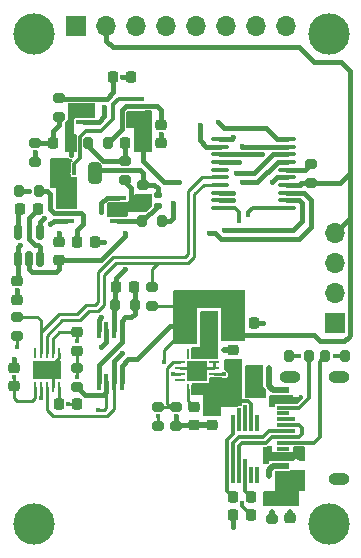
<source format=gbr>
%TF.GenerationSoftware,KiCad,Pcbnew,7.99.0-950-gc4668c1d3a-dirty*%
%TF.CreationDate,2023-06-01T03:31:39+08:00*%
%TF.ProjectId,HeartRateMonitor,48656172-7452-4617-9465-4d6f6e69746f,C*%
%TF.SameCoordinates,Original*%
%TF.FileFunction,Copper,L1,Top*%
%TF.FilePolarity,Positive*%
%FSLAX46Y46*%
G04 Gerber Fmt 4.6, Leading zero omitted, Abs format (unit mm)*
G04 Created by KiCad (PCBNEW 7.99.0-950-gc4668c1d3a-dirty) date 2023-06-01 03:31:39*
%MOMM*%
%LPD*%
G01*
G04 APERTURE LIST*
G04 Aperture macros list*
%AMRoundRect*
0 Rectangle with rounded corners*
0 $1 Rounding radius*
0 $2 $3 $4 $5 $6 $7 $8 $9 X,Y pos of 4 corners*
0 Add a 4 corners polygon primitive as box body*
4,1,4,$2,$3,$4,$5,$6,$7,$8,$9,$2,$3,0*
0 Add four circle primitives for the rounded corners*
1,1,$1+$1,$2,$3*
1,1,$1+$1,$4,$5*
1,1,$1+$1,$6,$7*
1,1,$1+$1,$8,$9*
0 Add four rect primitives between the rounded corners*
20,1,$1+$1,$2,$3,$4,$5,0*
20,1,$1+$1,$4,$5,$6,$7,0*
20,1,$1+$1,$6,$7,$8,$9,0*
20,1,$1+$1,$8,$9,$2,$3,0*%
G04 Aperture macros list end*
%TA.AperFunction,SMDPad,CuDef*%
%ADD10RoundRect,0.225000X-0.250000X0.225000X-0.250000X-0.225000X0.250000X-0.225000X0.250000X0.225000X0*%
%TD*%
%TA.AperFunction,SMDPad,CuDef*%
%ADD11R,1.450000X0.450000*%
%TD*%
%TA.AperFunction,SMDPad,CuDef*%
%ADD12RoundRect,0.200000X-0.275000X0.200000X-0.275000X-0.200000X0.275000X-0.200000X0.275000X0.200000X0*%
%TD*%
%TA.AperFunction,ComponentPad*%
%ADD13C,3.500000*%
%TD*%
%TA.AperFunction,SMDPad,CuDef*%
%ADD14RoundRect,0.200000X0.275000X-0.200000X0.275000X0.200000X-0.275000X0.200000X-0.275000X-0.200000X0*%
%TD*%
%TA.AperFunction,SMDPad,CuDef*%
%ADD15RoundRect,0.062500X0.062500X-0.365000X0.062500X0.365000X-0.062500X0.365000X-0.062500X-0.365000X0*%
%TD*%
%TA.AperFunction,SMDPad,CuDef*%
%ADD16R,2.380000X1.640000*%
%TD*%
%TA.AperFunction,SMDPad,CuDef*%
%ADD17RoundRect,0.225000X0.225000X0.250000X-0.225000X0.250000X-0.225000X-0.250000X0.225000X-0.250000X0*%
%TD*%
%TA.AperFunction,SMDPad,CuDef*%
%ADD18RoundRect,0.225000X-0.225000X-0.250000X0.225000X-0.250000X0.225000X0.250000X-0.225000X0.250000X0*%
%TD*%
%TA.AperFunction,SMDPad,CuDef*%
%ADD19RoundRect,0.200000X0.200000X0.275000X-0.200000X0.275000X-0.200000X-0.275000X0.200000X-0.275000X0*%
%TD*%
%TA.AperFunction,SMDPad,CuDef*%
%ADD20RoundRect,0.200000X-0.200000X-0.275000X0.200000X-0.275000X0.200000X0.275000X-0.200000X0.275000X0*%
%TD*%
%TA.AperFunction,SMDPad,CuDef*%
%ADD21RoundRect,0.100000X0.637500X0.100000X-0.637500X0.100000X-0.637500X-0.100000X0.637500X-0.100000X0*%
%TD*%
%TA.AperFunction,SMDPad,CuDef*%
%ADD22R,0.300000X1.400000*%
%TD*%
%TA.AperFunction,SMDPad,CuDef*%
%ADD23R,1.140460X0.500380*%
%TD*%
%TA.AperFunction,SMDPad,CuDef*%
%ADD24R,1.140460X0.299720*%
%TD*%
%TA.AperFunction,ComponentPad*%
%ADD25O,1.800860X1.000760*%
%TD*%
%TA.AperFunction,SMDPad,CuDef*%
%ADD26RoundRect,0.243750X0.243750X0.456250X-0.243750X0.456250X-0.243750X-0.456250X0.243750X-0.456250X0*%
%TD*%
%TA.AperFunction,SMDPad,CuDef*%
%ADD27RoundRect,0.225000X0.250000X-0.225000X0.250000X0.225000X-0.250000X0.225000X-0.250000X-0.225000X0*%
%TD*%
%TA.AperFunction,SMDPad,CuDef*%
%ADD28R,0.450000X1.450000*%
%TD*%
%TA.AperFunction,SMDPad,CuDef*%
%ADD29RoundRect,0.062500X-0.062500X0.350000X-0.062500X-0.350000X0.062500X-0.350000X0.062500X0.350000X0*%
%TD*%
%TA.AperFunction,SMDPad,CuDef*%
%ADD30RoundRect,0.062500X-0.350000X0.062500X-0.350000X-0.062500X0.350000X-0.062500X0.350000X0.062500X0*%
%TD*%
%TA.AperFunction,SMDPad,CuDef*%
%ADD31R,1.680000X1.680000*%
%TD*%
%TA.AperFunction,SMDPad,CuDef*%
%ADD32RoundRect,0.250000X0.375000X0.850000X-0.375000X0.850000X-0.375000X-0.850000X0.375000X-0.850000X0*%
%TD*%
%TA.AperFunction,SMDPad,CuDef*%
%ADD33RoundRect,0.150000X0.150000X-0.512500X0.150000X0.512500X-0.150000X0.512500X-0.150000X-0.512500X0*%
%TD*%
%TA.AperFunction,SMDPad,CuDef*%
%ADD34RoundRect,0.140000X-0.170000X0.140000X-0.170000X-0.140000X0.170000X-0.140000X0.170000X0.140000X0*%
%TD*%
%TA.AperFunction,SMDPad,CuDef*%
%ADD35RoundRect,0.250000X-0.325000X-0.650000X0.325000X-0.650000X0.325000X0.650000X-0.325000X0.650000X0*%
%TD*%
%TA.AperFunction,ComponentPad*%
%ADD36R,1.700000X1.700000*%
%TD*%
%TA.AperFunction,ComponentPad*%
%ADD37O,1.700000X1.700000*%
%TD*%
%TA.AperFunction,ViaPad*%
%ADD38C,0.400000*%
%TD*%
%TA.AperFunction,ViaPad*%
%ADD39C,0.450000*%
%TD*%
%TA.AperFunction,Conductor*%
%ADD40C,0.406400*%
%TD*%
%TA.AperFunction,Conductor*%
%ADD41C,0.304800*%
%TD*%
%TA.AperFunction,Conductor*%
%ADD42C,0.254000*%
%TD*%
%TA.AperFunction,Conductor*%
%ADD43C,0.508000*%
%TD*%
G04 APERTURE END LIST*
D10*
%TO.P,C6,1*%
%TO.N,Net-(U3-SS)*%
X35318000Y-58091500D03*
%TO.P,C6,2*%
%TO.N,GND*%
X35318000Y-59641500D03*
%TD*%
D11*
%TO.P,U6,1*%
%TO.N,/HIGH_PH*%
X30406000Y-33933500D03*
%TO.P,U6,2,-*%
X30406000Y-33283500D03*
%TO.P,U6,3,+*%
%TO.N,Net-(U6A-+)*%
X30406000Y-32633500D03*
%TO.P,U6,4,V-*%
%TO.N,-3V3*%
X30406000Y-31983500D03*
%TO.P,U6,5,+*%
%TO.N,Net-(U6B-+)*%
X26006000Y-31983500D03*
%TO.P,U6,6,-*%
%TO.N,/LOW_PH*%
X26006000Y-32633500D03*
%TO.P,U6,7*%
X26006000Y-33283500D03*
%TO.P,U6,8,V+*%
%TO.N,+3V3*%
X26006000Y-33933500D03*
%TD*%
D10*
%TO.P,C19,1*%
%TO.N,GND*%
X20078000Y-54789500D03*
%TO.P,C19,2*%
%TO.N,+3V3*%
X20078000Y-56339500D03*
%TD*%
D12*
%TO.P,R26,1*%
%TO.N,Net-(C21-Pad2)*%
X31000000Y-39245500D03*
%TO.P,R26,2*%
%TO.N,Net-(U2B--)*%
X31000000Y-40895500D03*
%TD*%
D13*
%TO.P,REF\u002A\u002A,1*%
%TO.N,N/C*%
X46740000Y-67992500D03*
%TD*%
D14*
%TO.P,R5,1*%
%TO.N,GND*%
X33794000Y-59691500D03*
%TO.P,R5,2*%
%TO.N,Net-(U3-FB)*%
X33794000Y-58041500D03*
%TD*%
D12*
%TO.P,R21,1*%
%TO.N,/DIGIPOT_SDA*%
X31762000Y-47881500D03*
%TO.P,R21,2*%
%TO.N,+3V3*%
X31762000Y-49531500D03*
%TD*%
D15*
%TO.P,U9,1,VDD*%
%TO.N,+3V3*%
X21844000Y-56406000D03*
%TO.P,U9,2,A*%
%TO.N,/DIGIPOT_A*%
X22344000Y-56406000D03*
%TO.P,U9,3,W*%
%TO.N,/AMP_PH*%
X22844000Y-56406000D03*
%TO.P,U9,4,VSS*%
%TO.N,GND*%
X23344000Y-56406000D03*
%TO.P,U9,5,EXT_CAP*%
%TO.N,Net-(U9-EXT_CAP)*%
X23844000Y-56406000D03*
%TO.P,U9,6,GND*%
%TO.N,GND*%
X23844000Y-53511000D03*
%TO.P,U9,7,~{RESET}*%
%TO.N,+3V3*%
X23344000Y-53511000D03*
%TO.P,U9,8,SDA*%
%TO.N,/DIGIPOT_SDA*%
X22844000Y-53511000D03*
%TO.P,U9,9,SCL*%
%TO.N,/DIGIPOT_SCL*%
X22344000Y-53511000D03*
%TO.P,U9,10,ADDR*%
%TO.N,unconnected-(U9-ADDR-Pad10)*%
X21844000Y-53511000D03*
D16*
%TO.P,U9,11,VSS*%
%TO.N,GND*%
X22844000Y-54958500D03*
%TD*%
D17*
%TO.P,C2,1*%
%TO.N,+5V*%
X40157000Y-67248500D03*
%TO.P,C2,2*%
%TO.N,GND*%
X38607000Y-67248500D03*
%TD*%
D18*
%TO.P,C3,1*%
%TO.N,Net-(U1-V3)*%
X38607000Y-65724500D03*
%TO.P,C3,2*%
%TO.N,GND*%
X40157000Y-65724500D03*
%TD*%
D19*
%TO.P,R14,1*%
%TO.N,Net-(U2A-+)*%
X22173000Y-39816500D03*
%TO.P,R14,2*%
%TO.N,GND*%
X20523000Y-39816500D03*
%TD*%
D14*
%TO.P,R3,1*%
%TO.N,GND*%
X41922000Y-67565500D03*
%TO.P,R3,2*%
%TO.N,Net-(J1-SHIELD)*%
X41922000Y-65915500D03*
%TD*%
D10*
%TO.P,C4,1*%
%TO.N,+5V*%
X36842000Y-58091500D03*
%TO.P,C4,2*%
%TO.N,GND*%
X36842000Y-59641500D03*
%TD*%
D20*
%TO.P,R1,1*%
%TO.N,Net-(J1-CC1)*%
X46431000Y-53786500D03*
%TO.P,R1,2*%
%TO.N,GND*%
X48081000Y-53786500D03*
%TD*%
D13*
%TO.P,REF\u002A\u002A,1*%
%TO.N,N/C*%
X21740000Y-26492500D03*
%TD*%
D21*
%TO.P,U4,1,PB7/PB8*%
%TO.N,/MCU_RX*%
X43192000Y-41228500D03*
%TO.P,U4,2,PC14/PB9*%
%TO.N,Net-(D2-K)*%
X43192000Y-40578500D03*
%TO.P,U4,3,PC15*%
%TO.N,Net-(D3-K)*%
X43192000Y-39928500D03*
%TO.P,U4,4,VDD*%
%TO.N,+3V3*%
X43192000Y-39278500D03*
%TO.P,U4,5,VSS*%
%TO.N,GND*%
X43192000Y-38628500D03*
%TO.P,U4,6,NRST*%
%TO.N,Net-(U4-NRST)*%
X43192000Y-37978500D03*
%TO.P,U4,7,PA0*%
%TO.N,/HIGH_PH*%
X43192000Y-37328500D03*
%TO.P,U4,8,PA1*%
%TO.N,/LOW_PH*%
X43192000Y-36678500D03*
%TO.P,U4,9,PA2*%
%TO.N,/SCR_DATA*%
X43192000Y-36028500D03*
%TO.P,U4,10,PA3*%
%TO.N,/SCR_DC*%
X43192000Y-35378500D03*
%TO.P,U4,11,PA4*%
%TO.N,/SCR_RES*%
X37467000Y-35378500D03*
%TO.P,U4,12,PA5*%
%TO.N,/SCR_SCK*%
X37467000Y-36028500D03*
%TO.P,U4,13,PA6*%
%TO.N,/SCR_BLK*%
X37467000Y-36678500D03*
%TO.P,U4,14,PA7*%
%TO.N,/SCR_CS*%
X37467000Y-37328500D03*
%TO.P,U4,15,PB0/PB1/PB2/PA8*%
%TO.N,unconnected-(U4-PB0{slash}PB1{slash}PB2{slash}PA8-Pad15)*%
X37467000Y-37978500D03*
%TO.P,U4,16,PA11/PA9*%
%TO.N,/DIGIPOT_SCL*%
X37467000Y-38628500D03*
%TO.P,U4,17,PA12/PA10*%
%TO.N,/DIGIPOT_SDA*%
X37467000Y-39278500D03*
%TO.P,U4,18,PA13*%
%TO.N,Net-(J2-Pin_3)*%
X37467000Y-39928500D03*
%TO.P,U4,19,PA14/PA15*%
%TO.N,Net-(J2-Pin_2)*%
X37467000Y-40578500D03*
%TO.P,U4,20,PB3/PB4/PB5/PB6*%
%TO.N,/MCU_TX*%
X37467000Y-41228500D03*
%TD*%
D12*
%TO.P,R20,1*%
%TO.N,/DIGIPOT_SCL*%
X20332000Y-50421500D03*
%TO.P,R20,2*%
%TO.N,+3V3*%
X20332000Y-52071500D03*
%TD*%
D22*
%TO.P,U1,1,UD+*%
%TO.N,Net-(U1-UD+)*%
X38636000Y-63860500D03*
%TO.P,U1,2,UD-*%
%TO.N,Net-(U1-UD-)*%
X39136000Y-63860500D03*
%TO.P,U1,3,GND*%
%TO.N,GND*%
X39636000Y-63860500D03*
%TO.P,U1,4,~{RTS}*%
%TO.N,unconnected-(U1-~{RTS}-Pad4)*%
X40136000Y-63860500D03*
%TO.P,U1,5,~{CTS}*%
%TO.N,unconnected-(U1-~{CTS}-Pad5)*%
X40636000Y-63860500D03*
%TO.P,U1,6,TNOW*%
%TO.N,unconnected-(U1-TNOW-Pad6)*%
X40636000Y-59460500D03*
%TO.P,U1,7,VCC*%
%TO.N,+5V*%
X40136000Y-59460500D03*
%TO.P,U1,8,TXD*%
%TO.N,/MCU_RX*%
X39636000Y-59460500D03*
%TO.P,U1,9,RXD*%
%TO.N,/MCU_TX*%
X39136000Y-59460500D03*
%TO.P,U1,10,V3*%
%TO.N,Net-(U1-V3)*%
X38636000Y-59460500D03*
%TD*%
D12*
%TO.P,R22,1*%
%TO.N,GND*%
X25412000Y-54739500D03*
%TO.P,R22,2*%
%TO.N,/DIGIPOT_A*%
X25412000Y-56389500D03*
%TD*%
D18*
%TO.P,C8,1*%
%TO.N,Net-(D1-K)*%
X28701000Y-47944500D03*
%TO.P,C8,2*%
%TO.N,/RAW_PH*%
X30251000Y-47944500D03*
%TD*%
D13*
%TO.P,REF\u002A\u002A,1*%
%TO.N,N/C*%
X21740000Y-67992500D03*
%TD*%
D23*
%TO.P,J1,A1,GND*%
%TO.N,GND*%
X42841480Y-63082900D03*
%TO.P,J1,A4,VBUS*%
%TO.N,Net-(F1-Pad1)*%
X42841480Y-62282800D03*
D24*
%TO.P,J1,A5,CC1*%
%TO.N,Net-(J1-CC1)*%
X42841480Y-61132180D03*
%TO.P,J1,A6,D+*%
%TO.N,Net-(U1-UD+)*%
X42841480Y-60131420D03*
%TO.P,J1,A7,D-*%
%TO.N,Net-(U1-UD-)*%
X42841480Y-59633580D03*
%TO.P,J1,A8,SBU1*%
%TO.N,unconnected-(J1-SBU1-PadA8)*%
X42838940Y-58632820D03*
D23*
%TO.P,J1,A9,VBUS*%
%TO.N,Net-(F1-Pad1)*%
X42841480Y-57482200D03*
%TO.P,J1,A12,GND*%
%TO.N,GND*%
X42841480Y-56682100D03*
D24*
%TO.P,J1,B5,CC2*%
%TO.N,Net-(J1-CC2)*%
X42841480Y-58132440D03*
%TO.P,J1,B6,D+*%
%TO.N,Net-(U1-UD+)*%
X42841480Y-59133200D03*
%TO.P,J1,B7,D-*%
%TO.N,Net-(U1-UD-)*%
X42841480Y-60631800D03*
%TO.P,J1,B8,SBU2*%
%TO.N,unconnected-(J1-SBU2-PadB8)*%
X42838940Y-61632560D03*
D25*
%TO.P,J1,S1,SHIELD*%
%TO.N,Net-(J1-SHIELD)*%
X43407900Y-64203040D03*
X47609060Y-64203040D03*
X43407900Y-55561960D03*
X47609060Y-55561960D03*
%TD*%
D13*
%TO.P,REF\u002A\u002A,1*%
%TO.N,N/C*%
X46740000Y-26492500D03*
%TD*%
D18*
%TO.P,C16,1*%
%TO.N,Net-(U6B-+)*%
X28447000Y-30164500D03*
%TO.P,C16,2*%
%TO.N,GND*%
X29997000Y-30164500D03*
%TD*%
D26*
%TO.P,F1,1*%
%TO.N,Net-(F1-Pad1)*%
X40573500Y-56580500D03*
%TO.P,F1,2*%
%TO.N,+5V*%
X38698500Y-56580500D03*
%TD*%
D20*
%TO.P,R13,1*%
%TO.N,Net-(D1-K)*%
X28651000Y-49468500D03*
%TO.P,R13,2*%
%TO.N,/RAW_PH*%
X30301000Y-49468500D03*
%TD*%
D27*
%TO.P,C18,1*%
%TO.N,GND*%
X25412000Y-53304500D03*
%TO.P,C18,2*%
%TO.N,+3V3*%
X25412000Y-51754500D03*
%TD*%
%TO.P,C5,1*%
%TO.N,+5V*%
X38620000Y-54815500D03*
%TO.P,C5,2*%
%TO.N,GND*%
X38620000Y-53265500D03*
%TD*%
D12*
%TO.P,R4,1*%
%TO.N,Net-(U3-FB)*%
X32270000Y-58041500D03*
%TO.P,R4,2*%
%TO.N,+3V3*%
X32270000Y-59691500D03*
%TD*%
D18*
%TO.P,C7,1*%
%TO.N,+3V3*%
X38861000Y-50992500D03*
%TO.P,C7,2*%
%TO.N,GND*%
X40411000Y-50992500D03*
%TD*%
D20*
%TO.P,R25,1*%
%TO.N,Net-(U2B-+)*%
X30937000Y-42356500D03*
%TO.P,R25,2*%
%TO.N,GND*%
X32587000Y-42356500D03*
%TD*%
D28*
%TO.P,U11,1*%
%TO.N,/RAW_PH*%
X29181000Y-51586500D03*
%TO.P,U11,2,-*%
%TO.N,Net-(D1-K)*%
X28531000Y-51586500D03*
%TO.P,U11,3,+*%
%TO.N,GND*%
X27881000Y-51586500D03*
%TO.P,U11,4,V-*%
%TO.N,-3V3*%
X27231000Y-51586500D03*
%TO.P,U11,5,+*%
%TO.N,/RAW_PH*%
X27231000Y-55986500D03*
%TO.P,U11,6,-*%
%TO.N,/DIGIPOT_A*%
X27881000Y-55986500D03*
%TO.P,U11,7*%
%TO.N,/AMP_PH*%
X28531000Y-55986500D03*
%TO.P,U11,8,V+*%
%TO.N,+3V3*%
X29181000Y-55986500D03*
%TD*%
D29*
%TO.P,U3,1,SW*%
%TO.N,Net-(L1-Pad1)*%
X36322000Y-53594000D03*
%TO.P,U3,2,SW*%
X35822000Y-53594000D03*
%TO.P,U3,3,SW*%
X35322000Y-53594000D03*
%TO.P,U3,4,PG*%
%TO.N,unconnected-(U3-PG-Pad4)*%
X34822000Y-53594000D03*
D30*
%TO.P,U3,5,FB*%
%TO.N,Net-(U3-FB)*%
X34109500Y-54306500D03*
%TO.P,U3,6,AGND*%
%TO.N,GND*%
X34109500Y-54806500D03*
%TO.P,U3,7,FSW*%
%TO.N,+3V3*%
X34109500Y-55306500D03*
%TO.P,U3,8,DEF*%
%TO.N,unconnected-(U3-DEF-Pad8)*%
X34109500Y-55806500D03*
D29*
%TO.P,U3,9,SS*%
%TO.N,Net-(U3-SS)*%
X34822000Y-56519000D03*
%TO.P,U3,10,AVIN*%
%TO.N,+5V*%
X35322000Y-56519000D03*
%TO.P,U3,11,PVIN*%
X35822000Y-56519000D03*
%TO.P,U3,12,PVIN*%
X36322000Y-56519000D03*
D30*
%TO.P,U3,13,EN*%
X37034500Y-55806500D03*
%TO.P,U3,14,VOS*%
%TO.N,+3V3*%
X37034500Y-55306500D03*
%TO.P,U3,15,PGND*%
%TO.N,GND*%
X37034500Y-54806500D03*
%TO.P,U3,16,PGND*%
X37034500Y-54306500D03*
D31*
%TO.P,U3,17,PGND*%
X35572000Y-55056500D03*
%TD*%
D14*
%TO.P,R18,1*%
%TO.N,/HIGH_PH*%
X21856000Y-37339500D03*
%TO.P,R18,2*%
%TO.N,Net-(C17-Pad1)*%
X21856000Y-35689500D03*
%TD*%
D32*
%TO.P,L1,1*%
%TO.N,Net-(L1-Pad1)*%
X36647000Y-51246500D03*
%TO.P,L1,2*%
%TO.N,+3V3*%
X34497000Y-51246500D03*
%TD*%
D33*
%TO.P,U5,1,VOUT*%
%TO.N,-3V3*%
X20398000Y-45526000D03*
%TO.P,U5,2,VIN*%
%TO.N,+3V3*%
X21348000Y-45526000D03*
%TO.P,U5,3,C1-*%
%TO.N,Net-(U5-C1-)*%
X22298000Y-45526000D03*
%TO.P,U5,4,GND*%
%TO.N,GND*%
X22298000Y-43251000D03*
%TO.P,U5,5,C1+*%
%TO.N,Net-(U5-C1+)*%
X20398000Y-43251000D03*
%TD*%
D10*
%TO.P,C11,1*%
%TO.N,-3V3*%
X20332000Y-47436500D03*
%TO.P,C11,2*%
%TO.N,GND*%
X20332000Y-48986500D03*
%TD*%
D11*
%TO.P,U2,1*%
%TO.N,Net-(U2A--)*%
X24482000Y-40365500D03*
%TO.P,U2,2,-*%
X24482000Y-41015500D03*
%TO.P,U2,3,+*%
%TO.N,Net-(U2A-+)*%
X24482000Y-41665500D03*
%TO.P,U2,4,V-*%
%TO.N,-3V3*%
X24482000Y-42315500D03*
%TO.P,U2,5,+*%
%TO.N,Net-(U2B-+)*%
X28882000Y-42315500D03*
%TO.P,U2,6,-*%
%TO.N,Net-(U2B--)*%
X28882000Y-41665500D03*
%TO.P,U2,7*%
X28882000Y-41015500D03*
%TO.P,U2,8,V+*%
%TO.N,+3V3*%
X28882000Y-40365500D03*
%TD*%
D14*
%TO.P,R16,1*%
%TO.N,Net-(U2B--)*%
X29476000Y-38863500D03*
%TO.P,R16,2*%
%TO.N,Net-(C15-Pad1)*%
X29476000Y-37213500D03*
%TD*%
D34*
%TO.P,C22,1*%
%TO.N,Net-(C21-Pad2)*%
X32270000Y-40098500D03*
%TO.P,C22,2*%
%TO.N,Net-(U2B-+)*%
X32270000Y-41058500D03*
%TD*%
D18*
%TO.P,C20,1*%
%TO.N,Net-(U9-EXT_CAP)*%
X23875000Y-57850500D03*
%TO.P,C20,2*%
%TO.N,GND*%
X25425000Y-57850500D03*
%TD*%
%TO.P,C15,1*%
%TO.N,Net-(C15-Pad1)*%
X29463000Y-35752500D03*
%TO.P,C15,2*%
%TO.N,/HIGH_PH*%
X31013000Y-35752500D03*
%TD*%
D10*
%TO.P,C1,1*%
%TO.N,Net-(J1-SHIELD)*%
X43446000Y-65965500D03*
%TO.P,C1,2*%
%TO.N,GND*%
X43446000Y-67515500D03*
%TD*%
D14*
%TO.P,R19,1*%
%TO.N,Net-(C17-Pad1)*%
X23888000Y-33529500D03*
%TO.P,R19,2*%
%TO.N,Net-(U6B-+)*%
X23888000Y-31879500D03*
%TD*%
D12*
%TO.P,R8,1*%
%TO.N,Net-(U4-NRST)*%
X45224000Y-37467500D03*
%TO.P,R8,2*%
%TO.N,+3V3*%
X45224000Y-39117500D03*
%TD*%
D35*
%TO.P,C21,1*%
%TO.N,Net-(U2A--)*%
X23937000Y-38292500D03*
%TO.P,C21,2*%
%TO.N,Net-(C21-Pad2)*%
X26887000Y-38292500D03*
%TD*%
D36*
%TO.P,J3,1,Pin_1*%
%TO.N,GND*%
X25350000Y-25846500D03*
D37*
%TO.P,J3,2,Pin_2*%
%TO.N,+3V3*%
X27890000Y-25846500D03*
%TO.P,J3,3,Pin_3*%
%TO.N,/SCR_SCK*%
X30430000Y-25846500D03*
%TO.P,J3,4,Pin_4*%
%TO.N,/SCR_DATA*%
X32970000Y-25846500D03*
%TO.P,J3,5,Pin_5*%
%TO.N,/SCR_DC*%
X35510000Y-25846500D03*
%TO.P,J3,6,Pin_6*%
%TO.N,/SCR_RES*%
X38050000Y-25846500D03*
%TO.P,J3,7,Pin_7*%
%TO.N,/SCR_CS*%
X40590000Y-25846500D03*
%TO.P,J3,8,Pin_8*%
%TO.N,/SCR_BLK*%
X43130000Y-25846500D03*
%TD*%
D18*
%TO.P,C17,1*%
%TO.N,Net-(C17-Pad1)*%
X23367000Y-35752500D03*
%TO.P,C17,2*%
%TO.N,/LOW_PH*%
X24917000Y-35752500D03*
%TD*%
D27*
%TO.P,C10,1*%
%TO.N,+3V3*%
X23888000Y-45671500D03*
%TO.P,C10,2*%
%TO.N,GND*%
X23888000Y-44121500D03*
%TD*%
D10*
%TO.P,C14,1*%
%TO.N,Net-(U6A-+)*%
X32524000Y-34215500D03*
%TO.P,C14,2*%
%TO.N,GND*%
X32524000Y-35765500D03*
%TD*%
D36*
%TO.P,J2,1,Pin_1*%
%TO.N,GND*%
X47256000Y-50982500D03*
D37*
%TO.P,J2,2,Pin_2*%
%TO.N,Net-(J2-Pin_2)*%
X47256000Y-48442500D03*
%TO.P,J2,3,Pin_3*%
%TO.N,Net-(J2-Pin_3)*%
X47256000Y-45902500D03*
%TO.P,J2,4,Pin_4*%
%TO.N,+3V3*%
X47256000Y-43362500D03*
%TD*%
D18*
%TO.P,C9,1*%
%TO.N,Net-(U5-C1+)*%
X20573000Y-41340500D03*
%TO.P,C9,2*%
%TO.N,Net-(U5-C1-)*%
X22123000Y-41340500D03*
%TD*%
D17*
%TO.P,C12,1*%
%TO.N,/AMP_PH*%
X26949000Y-44134500D03*
%TO.P,C12,2*%
%TO.N,Net-(U2A-+)*%
X25399000Y-44134500D03*
%TD*%
D19*
%TO.P,R2,1*%
%TO.N,Net-(J1-CC2)*%
X45033000Y-53786500D03*
%TO.P,R2,2*%
%TO.N,GND*%
X43383000Y-53786500D03*
%TD*%
D20*
%TO.P,R17,1*%
%TO.N,Net-(C15-Pad1)*%
X26365000Y-35752500D03*
%TO.P,R17,2*%
%TO.N,Net-(U6A-+)*%
X28015000Y-35752500D03*
%TD*%
D38*
%TO.N,+5V*%
X39382000Y-66232500D03*
X40136000Y-58358500D03*
%TO.N,-3V3*%
X25158000Y-38292500D03*
X23126000Y-42610500D03*
X27444000Y-50484500D03*
X20586000Y-44388500D03*
%TO.N,/AMP_PH*%
X27698000Y-44134500D03*
X29222000Y-53532500D03*
%TO.N,/DIGIPOT_A*%
X22364000Y-57342500D03*
X27190000Y-58358500D03*
%TO.N,/HIGH_PH*%
X31254000Y-34736500D03*
%TO.N,/MCU_RX*%
X39636000Y-58104500D03*
X39890000Y-41848500D03*
%TO.N,/MCU_TX*%
X39128000Y-42356500D03*
X39128000Y-58358500D03*
%TO.N,/SCR_CS*%
X39128000Y-37328500D03*
%TO.N,/SCR_DC*%
X37350000Y-33974500D03*
%TO.N,/SCR_RES*%
X38620000Y-35244500D03*
%TO.N,Net-(D2-K)*%
X37858000Y-43118500D03*
%TO.N,Net-(D3-K)*%
X36588000Y-43372500D03*
%TO.N,Net-(J2-Pin_2)*%
X38620000Y-40578500D03*
%TO.N,Net-(J2-Pin_3)*%
X38620000Y-39928500D03*
%TO.N,Net-(U1-UD+)*%
X43700000Y-59120500D03*
X43700000Y-60136500D03*
%TO.N,Net-(F1-Pad1)*%
X41414000Y-61660500D03*
X44208000Y-61660500D03*
X41922000Y-57342500D03*
X41414000Y-62168500D03*
X40398000Y-55310500D03*
X40906000Y-54802500D03*
X41922000Y-62168500D03*
X39890000Y-54802500D03*
X41922000Y-57850500D03*
X40398000Y-54802500D03*
X41414000Y-62676500D03*
X43700000Y-62168500D03*
X44208000Y-62168500D03*
X43700000Y-57596500D03*
X39890000Y-55310500D03*
X40906000Y-55310500D03*
%TO.N,Net-(D1-K)*%
X29476000Y-46420500D03*
%TO.N,/SCR_BLK*%
X41070000Y-36678500D03*
%TO.N,/SCR_DATA*%
X39382000Y-36006500D03*
%TO.N,/SCR_SCK*%
X35826000Y-34228500D03*
%TO.N,/HIGH_PH*%
X34048000Y-39054500D03*
X39382000Y-39054500D03*
X21856000Y-36514500D03*
D39*
%TO.N,/LOW_PH*%
X38874000Y-38292500D03*
D38*
X24917000Y-36768500D03*
%TO.N,+3V3*%
X37858000Y-55310500D03*
X28460000Y-27624500D03*
X33485500Y-55310500D03*
X27444000Y-41594500D03*
X34048000Y-48706500D03*
X34048000Y-52008500D03*
X27698000Y-32704500D03*
X20078000Y-55564500D03*
X20332000Y-53024500D03*
X29476000Y-43372500D03*
X32270000Y-58866500D03*
X32778000Y-54294500D03*
X25412000Y-52516500D03*
%TO.N,GND*%
X35572000Y-55056500D03*
X37858000Y-53278500D03*
X33540000Y-40832500D03*
X38620000Y-68264500D03*
X41160000Y-50992500D03*
X41668000Y-55310500D03*
X20078000Y-54040500D03*
X41668000Y-54802500D03*
X44208000Y-53786500D03*
X47256000Y-53786500D03*
X41922000Y-39054500D03*
X25412000Y-55564500D03*
X29222000Y-30164500D03*
X21348000Y-39816500D03*
X23888000Y-43372500D03*
X41922000Y-66994500D03*
X39636000Y-62676500D03*
X22618000Y-42102500D03*
X41668000Y-63946500D03*
X20332000Y-48198500D03*
X41668000Y-63438500D03*
X43446000Y-66994500D03*
X27444000Y-53024500D03*
X22872000Y-55056500D03*
X32524000Y-34990500D03*
X33794000Y-58866500D03*
X24650000Y-57850500D03*
%TD*%
D40*
%TO.N,Net-(U2B--)*%
X29476000Y-39054500D02*
X29984000Y-39562500D01*
X29984000Y-39562500D02*
X29984000Y-40832500D01*
X29476000Y-38863500D02*
X29476000Y-39054500D01*
%TO.N,Net-(U6B-+)*%
X23992000Y-31983500D02*
X23888000Y-31879500D01*
X28460000Y-31434500D02*
X28447000Y-31421500D01*
X27911000Y-31983500D02*
X28460000Y-31434500D01*
X26006000Y-31983500D02*
X23992000Y-31983500D01*
X26006000Y-31983500D02*
X27911000Y-31983500D01*
X28447000Y-31421500D02*
X28447000Y-30164500D01*
%TO.N,Net-(U6A-+)*%
X30406000Y-32633500D02*
X29547000Y-32633500D01*
X29222000Y-32958500D02*
X29222000Y-34545500D01*
X29222000Y-34545500D02*
X28015000Y-35752500D01*
X32199000Y-32633500D02*
X30406000Y-32633500D01*
X32524000Y-32958500D02*
X32199000Y-32633500D01*
X32524000Y-34215500D02*
X32524000Y-32958500D01*
X29547000Y-32633500D02*
X29222000Y-32958500D01*
%TO.N,Net-(U2A-+)*%
X22173000Y-39816500D02*
X22872000Y-39816500D01*
X23451000Y-41665500D02*
X24482000Y-41665500D01*
X23126000Y-40070500D02*
X23126000Y-41340500D01*
X22872000Y-39816500D02*
X23126000Y-40070500D01*
X25920000Y-41848500D02*
X25737000Y-41665500D01*
X25399000Y-43131500D02*
X25920000Y-42610500D01*
X25399000Y-44134500D02*
X25399000Y-43131500D01*
X25737000Y-41665500D02*
X24482000Y-41665500D01*
X23126000Y-41340500D02*
X23451000Y-41665500D01*
X25920000Y-42610500D02*
X25920000Y-41848500D01*
D41*
%TO.N,+5V*%
X40136000Y-58358500D02*
X40136000Y-57842500D01*
X40136000Y-59460500D02*
X40136000Y-58358500D01*
X39382000Y-66232500D02*
X39382000Y-66473500D01*
X40136000Y-57842500D02*
X39890000Y-57596500D01*
X38698500Y-56580500D02*
X38698500Y-56659000D01*
X39890000Y-57596500D02*
X39128000Y-57596500D01*
X39382000Y-66473500D02*
X40157000Y-67248500D01*
D40*
%TO.N,-3V3*%
X27444000Y-50484500D02*
X27231000Y-50697500D01*
X20398000Y-45526000D02*
X20398000Y-44576500D01*
D41*
X27444000Y-34736500D02*
X28460000Y-33720500D01*
D40*
X20398000Y-44576500D02*
X20586000Y-44388500D01*
X24482000Y-42315500D02*
X23421000Y-42315500D01*
D41*
X25158000Y-37530500D02*
X25666000Y-37022500D01*
X26174000Y-34736500D02*
X27444000Y-34736500D01*
X28927000Y-31983500D02*
X30406000Y-31983500D01*
X28460000Y-32450500D02*
X28927000Y-31983500D01*
X25158000Y-38292500D02*
X25158000Y-37530500D01*
D40*
X20398000Y-47370500D02*
X20332000Y-47436500D01*
X20398000Y-45526000D02*
X20398000Y-47370500D01*
X27231000Y-50697500D02*
X27231000Y-51586500D01*
X23421000Y-42315500D02*
X23126000Y-42610500D01*
D41*
X25666000Y-37022500D02*
X25666000Y-35244500D01*
X28460000Y-33720500D02*
X28460000Y-32450500D01*
X25666000Y-35244500D02*
X26174000Y-34736500D01*
D42*
%TO.N,/AMP_PH*%
X22844000Y-58330500D02*
X23380000Y-58866500D01*
X23380000Y-58866500D02*
X27952000Y-58866500D01*
X28531000Y-58287500D02*
X28531000Y-55986500D01*
D40*
X28531000Y-55986500D02*
X28531000Y-54223500D01*
D42*
X27952000Y-58866500D02*
X28531000Y-58287500D01*
X22844000Y-56406000D02*
X22844000Y-58330500D01*
D40*
X28531000Y-54223500D02*
X29222000Y-53532500D01*
X27698000Y-44134500D02*
X26949000Y-44134500D01*
D42*
%TO.N,/DIGIPOT_A*%
X27881000Y-58175500D02*
X27698000Y-58358500D01*
D40*
X27627000Y-57088500D02*
X26111000Y-57088500D01*
D42*
X27881000Y-56834500D02*
X27881000Y-58175500D01*
D40*
X27881000Y-55986500D02*
X27881000Y-56834500D01*
D42*
X22344000Y-56406000D02*
X22344000Y-57322500D01*
D40*
X27881000Y-56834500D02*
X27627000Y-57088500D01*
X26111000Y-57088500D02*
X25412000Y-56389500D01*
D42*
X27698000Y-58358500D02*
X27190000Y-58358500D01*
X22344000Y-57322500D02*
X22364000Y-57342500D01*
%TO.N,/DIGIPOT_SCL*%
X22344000Y-51774500D02*
X22344000Y-52008500D01*
X34810000Y-45150500D02*
X34556000Y-45404500D01*
X27190000Y-49214500D02*
X26936000Y-49468500D01*
X34556000Y-45404500D02*
X28460000Y-45404500D01*
X22047000Y-50421500D02*
X22344000Y-50718500D01*
X34810000Y-39816500D02*
X34810000Y-45150500D01*
X23888000Y-50230500D02*
X22344000Y-51774500D01*
X20332000Y-50421500D02*
X22047000Y-50421500D01*
X25412000Y-50230500D02*
X23888000Y-50230500D01*
X22344000Y-52008500D02*
X22344000Y-53511000D01*
X27190000Y-46674500D02*
X27190000Y-49214500D01*
X26936000Y-49468500D02*
X26174000Y-49468500D01*
X35998000Y-38628500D02*
X34810000Y-39816500D01*
X37467000Y-38628500D02*
X35998000Y-38628500D01*
X22344000Y-50718500D02*
X22344000Y-52008500D01*
X28460000Y-45404500D02*
X27190000Y-46674500D01*
X26174000Y-49468500D02*
X25412000Y-50230500D01*
%TO.N,/DIGIPOT_SDA*%
X36110000Y-39278500D02*
X35318000Y-40070500D01*
X27698000Y-46928500D02*
X27698000Y-49468500D01*
X35318000Y-40070500D02*
X35318000Y-45404500D01*
X26428000Y-49976500D02*
X25666000Y-50738500D01*
X37467000Y-39278500D02*
X36110000Y-39278500D01*
X24142000Y-50738500D02*
X22844000Y-52036500D01*
X32270000Y-45912500D02*
X28714000Y-45912500D01*
X25666000Y-50738500D02*
X24142000Y-50738500D01*
X27698000Y-49468500D02*
X27190000Y-49976500D01*
X31762000Y-47881500D02*
X31762000Y-46420500D01*
X35318000Y-45404500D02*
X34810000Y-45912500D01*
X34810000Y-45912500D02*
X32270000Y-45912500D01*
X22844000Y-52036500D02*
X22844000Y-53511000D01*
X28714000Y-45912500D02*
X27698000Y-46928500D01*
X27190000Y-49976500D02*
X26428000Y-49976500D01*
X31762000Y-46420500D02*
X32270000Y-45912500D01*
D41*
%TO.N,/MCU_RX*%
X39636000Y-58104500D02*
X39636000Y-59460500D01*
X39890000Y-41594500D02*
X40256000Y-41228500D01*
X39890000Y-41848500D02*
X39890000Y-41594500D01*
X40256000Y-41228500D02*
X43192000Y-41228500D01*
%TO.N,/MCU_TX*%
X39136000Y-58366500D02*
X39128000Y-58358500D01*
X39128000Y-41594500D02*
X38762000Y-41228500D01*
X38762000Y-41228500D02*
X37467000Y-41228500D01*
X39128000Y-42356500D02*
X39128000Y-41594500D01*
X39136000Y-59460500D02*
X39136000Y-58366500D01*
D40*
%TO.N,/RAW_PH*%
X29181000Y-51586500D02*
X29181000Y-50779500D01*
X30301000Y-47994500D02*
X30251000Y-47944500D01*
X30301000Y-50167500D02*
X30301000Y-49468500D01*
X27231000Y-54548500D02*
X27231000Y-55986500D01*
X29181000Y-52598500D02*
X27231000Y-54548500D01*
X29984000Y-50484500D02*
X30301000Y-50167500D01*
X29181000Y-50779500D02*
X29476000Y-50484500D01*
X29181000Y-51586500D02*
X29181000Y-52598500D01*
X29476000Y-50484500D02*
X29984000Y-50484500D01*
X30301000Y-49468500D02*
X30301000Y-47994500D01*
%TO.N,/SCR_CS*%
X39128000Y-37328500D02*
X37467000Y-37328500D01*
%TO.N,/SCR_DC*%
X37350000Y-33974500D02*
X37858000Y-34482500D01*
X42310000Y-35378500D02*
X43192000Y-35378500D01*
X41414000Y-34482500D02*
X42310000Y-35378500D01*
X37858000Y-34482500D02*
X41414000Y-34482500D01*
%TO.N,/SCR_RES*%
X37467000Y-35378500D02*
X38486000Y-35378500D01*
X38486000Y-35378500D02*
X38620000Y-35244500D01*
%TO.N,Net-(C15-Pad1)*%
X29463000Y-37200500D02*
X29476000Y-37213500D01*
X29463000Y-35752500D02*
X29463000Y-37200500D01*
X26365000Y-35943500D02*
X26365000Y-35752500D01*
X29476000Y-37213500D02*
X27635000Y-37213500D01*
X27635000Y-37213500D02*
X26365000Y-35943500D01*
%TO.N,Net-(C17-Pad1)*%
X23888000Y-34228500D02*
X23367000Y-34749500D01*
X23367000Y-35752500D02*
X21919000Y-35752500D01*
X21919000Y-35752500D02*
X21856000Y-35689500D01*
X23888000Y-33529500D02*
X23888000Y-34228500D01*
X23367000Y-34749500D02*
X23367000Y-35752500D01*
%TO.N,Net-(D2-K)*%
X43700000Y-43118500D02*
X37858000Y-43118500D01*
X44208000Y-40578500D02*
X44462000Y-40832500D01*
X44462000Y-40832500D02*
X44462000Y-42356500D01*
X44462000Y-42356500D02*
X43700000Y-43118500D01*
X43192000Y-40578500D02*
X44208000Y-40578500D01*
%TO.N,Net-(D3-K)*%
X36588000Y-43372500D02*
X37096000Y-43372500D01*
X44208000Y-43880500D02*
X45224000Y-42864500D01*
X45224000Y-42864500D02*
X45224000Y-40578500D01*
X37096000Y-43372500D02*
X37604000Y-43880500D01*
X37604000Y-43880500D02*
X44208000Y-43880500D01*
X44574000Y-39928500D02*
X43192000Y-39928500D01*
X45224000Y-40578500D02*
X44574000Y-39928500D01*
%TO.N,Net-(J2-Pin_2)*%
X37467000Y-40578500D02*
X38620000Y-40578500D01*
%TO.N,Net-(J2-Pin_3)*%
X38620000Y-39928500D02*
X37467000Y-39928500D01*
D41*
%TO.N,Net-(U1-V3)*%
X38636000Y-60374500D02*
X38112000Y-60898500D01*
X38112000Y-60898500D02*
X38112000Y-65229500D01*
X38636000Y-59460500D02*
X38636000Y-60374500D01*
X38112000Y-65229500D02*
X38607000Y-65724500D01*
%TO.N,Net-(J1-CC2)*%
X44180060Y-58132440D02*
X42841480Y-58132440D01*
X45033000Y-57279500D02*
X44180060Y-58132440D01*
X45033000Y-53786500D02*
X45033000Y-57279500D01*
%TO.N,Net-(U1-UD-)*%
X41414000Y-61152500D02*
X41934700Y-60631800D01*
X44462000Y-59882500D02*
X44462000Y-60390500D01*
X41934700Y-60631800D02*
X42841480Y-60631800D01*
X39382000Y-61152500D02*
X41414000Y-61152500D01*
X39136000Y-63860500D02*
X39136000Y-61398500D01*
X44220700Y-60631800D02*
X42841480Y-60631800D01*
X39136000Y-61398500D02*
X39382000Y-61152500D01*
X44213080Y-59633580D02*
X44462000Y-59882500D01*
X42841480Y-59633580D02*
X44213080Y-59633580D01*
X44462000Y-60390500D02*
X44220700Y-60631800D01*
%TO.N,Net-(U1-UD+)*%
X38636000Y-63860500D02*
X38636000Y-61136500D01*
X38636000Y-61136500D02*
X39128000Y-60644500D01*
X43687300Y-59133200D02*
X43700000Y-59120500D01*
X41160000Y-60644500D02*
X41673080Y-60131420D01*
X39128000Y-60644500D02*
X41160000Y-60644500D01*
X43694920Y-60131420D02*
X43700000Y-60136500D01*
X41673080Y-60131420D02*
X42841480Y-60131420D01*
X42841480Y-59133200D02*
X43687300Y-59133200D01*
X42841480Y-60131420D02*
X43694920Y-60131420D01*
%TO.N,Net-(J1-CC1)*%
X42841480Y-61132180D02*
X45498320Y-61132180D01*
X45498320Y-61132180D02*
X45986000Y-60644500D01*
X45986000Y-54231500D02*
X46431000Y-53786500D01*
X45986000Y-60644500D02*
X45986000Y-54231500D01*
D42*
%TO.N,Net-(U3-FB)*%
X33794000Y-58041500D02*
X33286000Y-58041500D01*
X33032000Y-54802500D02*
X33528000Y-54306500D01*
X33794000Y-58041500D02*
X32270000Y-58041500D01*
X33528000Y-54306500D02*
X34109500Y-54306500D01*
X33032000Y-57787500D02*
X33032000Y-54802500D01*
X33286000Y-58041500D02*
X33032000Y-57787500D01*
%TO.N,Net-(U3-SS)*%
X34822000Y-57595500D02*
X35318000Y-58091500D01*
X34822000Y-56519000D02*
X34822000Y-57595500D01*
D40*
%TO.N,Net-(U4-NRST)*%
X44713000Y-37978500D02*
X45224000Y-37467500D01*
X43192000Y-37978500D02*
X44713000Y-37978500D01*
%TO.N,Net-(U5-C1+)*%
X20398000Y-43251000D02*
X20398000Y-41515500D01*
X20398000Y-41515500D02*
X20573000Y-41340500D01*
%TO.N,Net-(U5-C1-)*%
X22298000Y-45526000D02*
X22298000Y-44576500D01*
X22298000Y-44576500D02*
X22110000Y-44388500D01*
X22110000Y-44388500D02*
X21856000Y-44388500D01*
X21348000Y-42115500D02*
X22123000Y-41340500D01*
X21348000Y-43880500D02*
X21348000Y-42115500D01*
X21856000Y-44388500D02*
X21348000Y-43880500D01*
D42*
%TO.N,Net-(U9-EXT_CAP)*%
X23844000Y-57819500D02*
X23875000Y-57850500D01*
X23844000Y-56406000D02*
X23844000Y-57819500D01*
D40*
%TO.N,Net-(D1-K)*%
X28531000Y-51586500D02*
X28531000Y-49588500D01*
X28531000Y-49588500D02*
X28651000Y-49468500D01*
X28701000Y-47195500D02*
X28701000Y-47944500D01*
X28651000Y-47994500D02*
X28701000Y-47944500D01*
X29476000Y-46420500D02*
X28701000Y-47195500D01*
X28651000Y-49468500D02*
X28651000Y-47994500D01*
%TO.N,/SCR_BLK*%
X41070000Y-36678500D02*
X37467000Y-36678500D01*
%TO.N,Net-(U2B-+)*%
X32270000Y-41058500D02*
X32235000Y-41058500D01*
X32235000Y-41058500D02*
X30937000Y-42356500D01*
X28882000Y-42315500D02*
X30896000Y-42315500D01*
X30896000Y-42315500D02*
X30937000Y-42356500D01*
%TO.N,Net-(C21-Pad2)*%
X32270000Y-40098500D02*
X32270000Y-39562500D01*
X31000000Y-38292500D02*
X30746000Y-38038500D01*
X32270000Y-39562500D02*
X31953000Y-39245500D01*
X31000000Y-39245500D02*
X31000000Y-38292500D01*
X31953000Y-39245500D02*
X31000000Y-39245500D01*
X27141000Y-38038500D02*
X26887000Y-38292500D01*
X30746000Y-38038500D02*
X27141000Y-38038500D01*
%TO.N,/SCR_DATA*%
X39404000Y-36028500D02*
X39382000Y-36006500D01*
X43192000Y-36028500D02*
X39404000Y-36028500D01*
%TO.N,/SCR_SCK*%
X36356000Y-36028500D02*
X37467000Y-36028500D01*
X35826000Y-35498500D02*
X36356000Y-36028500D01*
X35826000Y-34228500D02*
X35826000Y-35498500D01*
%TO.N,/HIGH_PH*%
X32778000Y-39054500D02*
X31013000Y-37289500D01*
X31013000Y-37289500D02*
X31013000Y-35752500D01*
X21856000Y-37339500D02*
X21856000Y-36514500D01*
X39382000Y-39054500D02*
X40652000Y-39054500D01*
X40652000Y-39054500D02*
X42378000Y-37328500D01*
X34048000Y-39054500D02*
X32778000Y-39054500D01*
X42378000Y-37328500D02*
X43192000Y-37328500D01*
%TO.N,/LOW_PH*%
X24917000Y-35752500D02*
X24917000Y-36768500D01*
X40398000Y-38292500D02*
X38874000Y-38292500D01*
X43192000Y-36678500D02*
X42012000Y-36678500D01*
X42012000Y-36678500D02*
X40398000Y-38292500D01*
%TO.N,+3V3*%
X23888000Y-46420500D02*
X23634000Y-46674500D01*
D42*
X20332000Y-57596500D02*
X20078000Y-57342500D01*
D40*
X38874000Y-52008500D02*
X40652000Y-52008500D01*
D42*
X33489500Y-55306500D02*
X33485500Y-55310500D01*
D40*
X48526000Y-42102500D02*
X48526000Y-39054500D01*
D42*
X37034500Y-55306500D02*
X37854000Y-55306500D01*
D40*
X48399000Y-52135500D02*
X48526000Y-52008500D01*
X48526000Y-29656500D02*
X48526000Y-38292500D01*
X23634000Y-46674500D02*
X21602000Y-46674500D01*
X27890000Y-27054500D02*
X27890000Y-25846500D01*
X34497000Y-51246500D02*
X33286000Y-51246500D01*
D42*
X32778000Y-54294500D02*
X32778000Y-53278500D01*
D40*
X21348000Y-46420500D02*
X21348000Y-45526000D01*
D42*
X21844000Y-57354500D02*
X21602000Y-57596500D01*
D40*
X48526000Y-52008500D02*
X48526000Y-50484500D01*
X48526000Y-50484500D02*
X48526000Y-42102500D01*
X28460000Y-27624500D02*
X27890000Y-27054500D01*
D42*
X25412000Y-51754500D02*
X23888000Y-51754500D01*
X20078000Y-56339500D02*
X20078000Y-55564500D01*
D40*
X26006000Y-33933500D02*
X27231000Y-33933500D01*
D42*
X23344000Y-52298500D02*
X23888000Y-51754500D01*
D40*
X44208000Y-27624500D02*
X45478000Y-28894500D01*
D42*
X20332000Y-52071500D02*
X20332000Y-53024500D01*
D40*
X44399000Y-39117500D02*
X44238000Y-39278500D01*
X29181000Y-54589500D02*
X29181000Y-55986500D01*
X27444000Y-41594500D02*
X27444000Y-40832500D01*
D42*
X33540000Y-52516500D02*
X33794000Y-52516500D01*
D40*
X29476000Y-43372500D02*
X29476000Y-43626500D01*
X27444000Y-40832500D02*
X27911000Y-40365500D01*
X47764000Y-28894500D02*
X48526000Y-29656500D01*
D42*
X20078000Y-57342500D02*
X20078000Y-56339500D01*
D40*
X21602000Y-46674500D02*
X21348000Y-46420500D01*
X45478000Y-28894500D02*
X47764000Y-28894500D01*
D42*
X34109500Y-55306500D02*
X33489500Y-55306500D01*
D40*
X27911000Y-40365500D02*
X28882000Y-40365500D01*
X27231000Y-33933500D02*
X27698000Y-33466500D01*
X48526000Y-42102500D02*
X48516000Y-42102500D01*
X43192000Y-39278500D02*
X44238000Y-39278500D01*
D42*
X33731000Y-49531500D02*
X33794000Y-49468500D01*
D40*
X40652000Y-52008500D02*
X45478000Y-52008500D01*
D42*
X32270000Y-59691500D02*
X32270000Y-58866500D01*
D40*
X23888000Y-45671500D02*
X23888000Y-46420500D01*
D42*
X25412000Y-51754500D02*
X25412000Y-52516500D01*
X21602000Y-57596500D02*
X20332000Y-57596500D01*
D40*
X45478000Y-52008500D02*
X45986000Y-52516500D01*
X48018000Y-52516500D02*
X48399000Y-52135500D01*
X27431000Y-45671500D02*
X23888000Y-45671500D01*
X28460000Y-27624500D02*
X44208000Y-27624500D01*
X45224000Y-39117500D02*
X47701000Y-39117500D01*
X48516000Y-42102500D02*
X47256000Y-43362500D01*
D42*
X37854000Y-55306500D02*
X37858000Y-55310500D01*
D40*
X47701000Y-39117500D02*
X48526000Y-38292500D01*
X30492000Y-54040500D02*
X29730000Y-54040500D01*
D42*
X31762000Y-49531500D02*
X33731000Y-49531500D01*
X23344000Y-53511000D02*
X23344000Y-52298500D01*
D40*
X29730000Y-54040500D02*
X29181000Y-54589500D01*
D42*
X21844000Y-56406000D02*
X21844000Y-57354500D01*
D40*
X27698000Y-33466500D02*
X27698000Y-32704500D01*
X45986000Y-52516500D02*
X48018000Y-52516500D01*
X45224000Y-39117500D02*
X44399000Y-39117500D01*
X29476000Y-43626500D02*
X27431000Y-45671500D01*
X33286000Y-51246500D02*
X30492000Y-54040500D01*
D42*
X32778000Y-53278500D02*
X33540000Y-52516500D01*
D40*
X48526000Y-39054500D02*
X48526000Y-38292500D01*
%TO.N,GND*%
X22298000Y-43251000D02*
X22298000Y-42422500D01*
D43*
X36842000Y-59641500D02*
X35318000Y-59641500D01*
D40*
X27444000Y-53024500D02*
X27881000Y-52587500D01*
X29997000Y-30164500D02*
X29222000Y-30164500D01*
D43*
X37871000Y-53265500D02*
X37858000Y-53278500D01*
X42023600Y-63082900D02*
X41668000Y-63438500D01*
D40*
X32524000Y-35765500D02*
X32524000Y-34990500D01*
X27881000Y-52587500D02*
X27881000Y-51586500D01*
D42*
X25412000Y-54739500D02*
X25412000Y-55564500D01*
D43*
X42841480Y-63082900D02*
X42023600Y-63082900D01*
D42*
X23844000Y-53958500D02*
X22844000Y-54958500D01*
X37034500Y-54806500D02*
X35822000Y-54806500D01*
X22872000Y-55056500D02*
X22872000Y-54986500D01*
D41*
X39636000Y-65203500D02*
X40157000Y-65724500D01*
D40*
X20078000Y-54789500D02*
X20078000Y-54040500D01*
X32587000Y-42356500D02*
X33286000Y-42356500D01*
D42*
X23344000Y-55458500D02*
X22942000Y-55056500D01*
D41*
X43383000Y-53786500D02*
X44208000Y-53786500D01*
D43*
X41922000Y-67565500D02*
X41922000Y-66994500D01*
D42*
X37034500Y-54306500D02*
X37034500Y-54806500D01*
D41*
X48081000Y-53786500D02*
X47256000Y-53786500D01*
D43*
X43446000Y-67515500D02*
X43446000Y-66994500D01*
D41*
X39636000Y-63860500D02*
X39636000Y-62676500D01*
D40*
X35318000Y-59641500D02*
X33844000Y-59641500D01*
X22298000Y-42422500D02*
X22618000Y-42102500D01*
D42*
X22942000Y-55056500D02*
X22872000Y-55056500D01*
D43*
X42841480Y-56682100D02*
X42023600Y-56682100D01*
D42*
X22872000Y-54986500D02*
X22844000Y-54958500D01*
D40*
X42348000Y-38628500D02*
X43192000Y-38628500D01*
D41*
X39636000Y-63860500D02*
X39636000Y-65203500D01*
D42*
X23344000Y-56406000D02*
X23344000Y-55458500D01*
D40*
X33540000Y-42102500D02*
X33540000Y-40832500D01*
D43*
X38620000Y-53265500D02*
X37871000Y-53265500D01*
D42*
X25425000Y-57850500D02*
X24650000Y-57850500D01*
X23844000Y-53511000D02*
X23844000Y-53958500D01*
D40*
X23888000Y-44121500D02*
X23888000Y-43372500D01*
X33286000Y-42356500D02*
X33540000Y-42102500D01*
X38607000Y-67248500D02*
X38607000Y-68251500D01*
D42*
X35822000Y-54806500D02*
X35572000Y-55056500D01*
D40*
X41922000Y-39054500D02*
X42348000Y-38628500D01*
D42*
X25412000Y-53304500D02*
X25412000Y-54739500D01*
D43*
X41668000Y-55310500D02*
X41668000Y-54802500D01*
D40*
X33794000Y-59691500D02*
X33794000Y-58866500D01*
X33844000Y-59641500D02*
X33794000Y-59691500D01*
X40411000Y-50992500D02*
X41160000Y-50992500D01*
D43*
X41668000Y-56326500D02*
X41668000Y-55310500D01*
D42*
X35322000Y-54806500D02*
X35572000Y-55056500D01*
D43*
X42023600Y-56682100D02*
X41668000Y-56326500D01*
D42*
X34109500Y-54806500D02*
X35322000Y-54806500D01*
D43*
X41668000Y-63438500D02*
X41668000Y-63946500D01*
D40*
X20332000Y-48986500D02*
X20332000Y-48198500D01*
X38607000Y-68251500D02*
X38620000Y-68264500D01*
X20523000Y-39816500D02*
X21348000Y-39816500D01*
%TD*%
%TA.AperFunction,Conductor*%
%TO.N,+5V*%
G36*
X39325039Y-54060185D02*
G01*
X39370794Y-54112989D01*
X39382000Y-54164500D01*
X39381999Y-57856215D01*
X39365387Y-57918214D01*
X39332409Y-57975335D01*
X39281842Y-58023551D01*
X39213235Y-58036775D01*
X39194488Y-58032541D01*
X39185747Y-58031000D01*
X39070253Y-58031000D01*
X38961724Y-58070502D01*
X38961723Y-58070502D01*
X38961722Y-58070503D01*
X38955778Y-58075491D01*
X38891770Y-58103503D01*
X38876074Y-58104500D01*
X37604000Y-58104500D01*
X37604000Y-58742500D01*
X37584315Y-58809539D01*
X37531511Y-58855294D01*
X37480000Y-58866500D01*
X36204000Y-58866500D01*
X36136961Y-58846815D01*
X36091206Y-58794011D01*
X36080000Y-58742500D01*
X36080000Y-57088500D01*
X35200500Y-57088500D01*
X35133461Y-57068815D01*
X35087706Y-57016011D01*
X35076500Y-56964500D01*
X35076500Y-56493931D01*
X35075903Y-56487870D01*
X35076094Y-56487851D01*
X35074500Y-56471664D01*
X35074500Y-56196500D01*
X35094185Y-56129461D01*
X35146989Y-56083706D01*
X35198500Y-56072500D01*
X36587999Y-56072500D01*
X36588000Y-56072500D01*
X36588000Y-55688500D01*
X36607685Y-55621461D01*
X36660489Y-55575706D01*
X36712000Y-55564500D01*
X37606074Y-55564500D01*
X37673113Y-55584185D01*
X37685778Y-55593509D01*
X37691724Y-55598498D01*
X37800253Y-55638000D01*
X37800254Y-55638000D01*
X37915745Y-55638000D01*
X37915747Y-55638000D01*
X38024276Y-55598498D01*
X38112750Y-55524260D01*
X38170497Y-55424239D01*
X38190552Y-55310500D01*
X38170497Y-55196761D01*
X38112750Y-55096740D01*
X38024276Y-55022502D01*
X38024274Y-55022501D01*
X37939588Y-54991677D01*
X37883325Y-54950251D01*
X37858390Y-54884982D01*
X37858000Y-54875156D01*
X37858000Y-54164500D01*
X37877685Y-54097461D01*
X37930489Y-54051706D01*
X37982000Y-54040500D01*
X39258000Y-54040500D01*
X39325039Y-54060185D01*
G37*
%TD.AperFunction*%
%TD*%
%TA.AperFunction,Conductor*%
%TO.N,+3V3*%
G36*
X39579039Y-48218185D02*
G01*
X39624794Y-48270989D01*
X39636000Y-48322500D01*
X39636000Y-52392500D01*
X39616315Y-52459539D01*
X39563511Y-52505294D01*
X39512000Y-52516500D01*
X37728000Y-52516500D01*
X37660961Y-52496815D01*
X37615206Y-52444011D01*
X37604000Y-52392500D01*
X37604000Y-49722500D01*
X35572000Y-49722500D01*
X35572000Y-52646500D01*
X35552315Y-52713539D01*
X35499511Y-52759294D01*
X35448000Y-52770500D01*
X33664000Y-52770500D01*
X33596961Y-52750815D01*
X33551206Y-52698011D01*
X33540000Y-52646500D01*
X33540000Y-48322500D01*
X33559685Y-48255461D01*
X33612489Y-48209706D01*
X33664000Y-48198500D01*
X39512000Y-48198500D01*
X39579039Y-48218185D01*
G37*
%TD.AperFunction*%
%TD*%
%TA.AperFunction,Conductor*%
%TO.N,Net-(F1-Pad1)*%
G36*
X43657080Y-57108185D02*
G01*
X43701040Y-57157227D01*
X43703428Y-57162022D01*
X43780060Y-57231881D01*
X43876753Y-57269340D01*
X43876755Y-57269340D01*
X43954297Y-57269340D01*
X43954299Y-57269340D01*
X44030529Y-57255090D01*
X44118693Y-57200502D01*
X44166063Y-57137773D01*
X44222171Y-57096138D01*
X44265017Y-57088500D01*
X44416638Y-57088500D01*
X44483677Y-57108185D01*
X44529432Y-57160989D01*
X44539376Y-57230147D01*
X44510351Y-57293703D01*
X44504319Y-57300181D01*
X43990319Y-57814181D01*
X43928996Y-57847666D01*
X43902638Y-57850500D01*
X41668000Y-57850500D01*
X41668000Y-57212500D01*
X41687685Y-57145461D01*
X41740489Y-57099706D01*
X41792000Y-57088500D01*
X43590041Y-57088500D01*
X43657080Y-57108185D01*
G37*
%TD.AperFunction*%
%TD*%
%TA.AperFunction,Conductor*%
%TO.N,Net-(J1-SHIELD)*%
G36*
X44659039Y-63458185D02*
G01*
X44704794Y-63510989D01*
X44716000Y-63562500D01*
X44716000Y-65092500D01*
X44696315Y-65159539D01*
X44643511Y-65205294D01*
X44592000Y-65216500D01*
X44208000Y-65216500D01*
X44208000Y-66362500D01*
X44188315Y-66429539D01*
X44135511Y-66475294D01*
X44084000Y-66486500D01*
X41284000Y-66486500D01*
X41216961Y-66466815D01*
X41171206Y-66414011D01*
X41160000Y-66362500D01*
X41160000Y-65340500D01*
X41179685Y-65273461D01*
X41232489Y-65227706D01*
X41284000Y-65216500D01*
X42176000Y-65216500D01*
X42176000Y-63588400D01*
X42195685Y-63521361D01*
X42248489Y-63475606D01*
X42300000Y-63464400D01*
X42873091Y-63464400D01*
X42885790Y-63462281D01*
X42906199Y-63460590D01*
X43424269Y-63460590D01*
X43436555Y-63458145D01*
X43461458Y-63453192D01*
X43461458Y-63453191D01*
X43461461Y-63453191D01*
X43472743Y-63448518D01*
X43474369Y-63452444D01*
X43518879Y-63438519D01*
X43521062Y-63438500D01*
X44592000Y-63438500D01*
X44659039Y-63458185D01*
G37*
%TD.AperFunction*%
%TD*%
%TA.AperFunction,Conductor*%
%TO.N,/LOW_PH*%
G36*
X25218366Y-32327790D02*
G01*
X25219967Y-32323928D01*
X25231248Y-32328601D01*
X25231251Y-32328601D01*
X25231252Y-32328602D01*
X25250092Y-32332349D01*
X25268441Y-32336000D01*
X25268442Y-32336000D01*
X26743557Y-32336000D01*
X26743558Y-32336000D01*
X26780748Y-32328602D01*
X26780750Y-32328600D01*
X26787805Y-32327197D01*
X26857396Y-32333423D01*
X26912575Y-32376284D01*
X26935822Y-32442173D01*
X26936000Y-32448814D01*
X26936000Y-33468185D01*
X26916315Y-33535224D01*
X26863511Y-33580979D01*
X26794353Y-33590923D01*
X26787807Y-33589802D01*
X26743560Y-33581000D01*
X26743558Y-33581000D01*
X25268442Y-33581000D01*
X25268441Y-33581000D01*
X25231250Y-33588398D01*
X25189077Y-33616577D01*
X25160898Y-33658750D01*
X25153500Y-33695941D01*
X25153500Y-34171061D01*
X25155616Y-34181697D01*
X25158000Y-34205893D01*
X25158000Y-34990500D01*
X25281655Y-34990500D01*
X25348694Y-35010185D01*
X25394449Y-35062989D01*
X25404393Y-35132147D01*
X25402359Y-35142898D01*
X25398968Y-35157315D01*
X25396426Y-35165521D01*
X25386100Y-35192176D01*
X25386100Y-35197642D01*
X25382807Y-35226029D01*
X25381556Y-35231346D01*
X25381556Y-35231349D01*
X25385505Y-35259656D01*
X25386100Y-35268232D01*
X25386100Y-36390500D01*
X25366415Y-36457539D01*
X25313611Y-36503294D01*
X25262100Y-36514500D01*
X24520000Y-36514500D01*
X24452961Y-36494815D01*
X24407206Y-36442011D01*
X24396000Y-36390500D01*
X24396000Y-34025862D01*
X24415685Y-33958823D01*
X24432319Y-33938181D01*
X24432319Y-33938180D01*
X24650000Y-33720500D01*
X24650000Y-32438199D01*
X24669685Y-32371161D01*
X24722489Y-32325406D01*
X24774000Y-32314200D01*
X25172082Y-32314200D01*
X25218366Y-32327790D01*
G37*
%TD.AperFunction*%
%TD*%
%TA.AperFunction,Conductor*%
%TO.N,Net-(F1-Pad1)*%
G36*
X41865039Y-61426185D02*
G01*
X41910794Y-61478989D01*
X41922000Y-61530500D01*
X41922000Y-61914500D01*
X43699999Y-61914500D01*
X43700000Y-61914500D01*
X43700000Y-61536080D01*
X43719685Y-61469041D01*
X43772489Y-61423286D01*
X43824000Y-61412080D01*
X44592000Y-61412080D01*
X44659039Y-61431765D01*
X44704794Y-61484569D01*
X44716000Y-61536080D01*
X44716000Y-62552500D01*
X44696315Y-62619539D01*
X44643511Y-62665294D01*
X44592000Y-62676500D01*
X44267159Y-62676500D01*
X44200120Y-62656815D01*
X44156159Y-62607772D01*
X44153772Y-62602978D01*
X44077140Y-62533119D01*
X43980447Y-62495660D01*
X43902901Y-62495660D01*
X43872408Y-62501360D01*
X43826668Y-62509910D01*
X43738507Y-62564497D01*
X43738507Y-62564498D01*
X43696943Y-62619539D01*
X43691138Y-62627226D01*
X43635029Y-62668862D01*
X43592183Y-62676500D01*
X41668000Y-62676500D01*
X41668000Y-62806500D01*
X41648315Y-62873539D01*
X41595511Y-62919294D01*
X41544000Y-62930500D01*
X41284000Y-62930500D01*
X41216961Y-62910815D01*
X41171206Y-62858011D01*
X41160000Y-62806500D01*
X41160000Y-61556400D01*
X41179685Y-61489361D01*
X41232489Y-61443606D01*
X41284000Y-61432400D01*
X41355169Y-61432400D01*
X41363745Y-61432995D01*
X41374655Y-61434516D01*
X41374660Y-61434518D01*
X41413089Y-61432741D01*
X41419046Y-61432466D01*
X41421909Y-61432400D01*
X41439927Y-61432400D01*
X41439935Y-61432400D01*
X41442100Y-61431994D01*
X41450622Y-61431005D01*
X41479193Y-61429685D01*
X41484192Y-61427477D01*
X41511491Y-61419024D01*
X41516863Y-61418020D01*
X41516866Y-61418017D01*
X41516870Y-61418017D01*
X41524985Y-61414874D01*
X41569780Y-61406500D01*
X41798000Y-61406500D01*
X41865039Y-61426185D01*
G37*
%TD.AperFunction*%
%TD*%
%TA.AperFunction,Conductor*%
%TO.N,Net-(U2A--)*%
G36*
X24727134Y-37042185D02*
G01*
X24739793Y-37051505D01*
X24749099Y-37059313D01*
X24749102Y-37059314D01*
X24749104Y-37059315D01*
X24858686Y-37099199D01*
X24858689Y-37099200D01*
X24858691Y-37099200D01*
X24891598Y-37099200D01*
X24958637Y-37118885D01*
X25004392Y-37171689D01*
X25014336Y-37240847D01*
X24985311Y-37304403D01*
X24983233Y-37306741D01*
X24956468Y-37336099D01*
X24954494Y-37338167D01*
X24941741Y-37350921D01*
X24941731Y-37350932D01*
X24940486Y-37352750D01*
X24935161Y-37359470D01*
X24915903Y-37380596D01*
X24915902Y-37380598D01*
X24913925Y-37385701D01*
X24900605Y-37410970D01*
X24897518Y-37415476D01*
X24897514Y-37415485D01*
X24890969Y-37443311D01*
X24888426Y-37451520D01*
X24878100Y-37478175D01*
X24878100Y-37483642D01*
X24874807Y-37512029D01*
X24873556Y-37517346D01*
X24873556Y-37517353D01*
X24877504Y-37545659D01*
X24878099Y-37554233D01*
X24878099Y-38089076D01*
X24861488Y-38151073D01*
X24845503Y-38178760D01*
X24825448Y-38292500D01*
X24845502Y-38406237D01*
X24845505Y-38406244D01*
X24903247Y-38506256D01*
X24903248Y-38506257D01*
X24903250Y-38506260D01*
X24991724Y-38580498D01*
X25100253Y-38620000D01*
X25100254Y-38620000D01*
X25215746Y-38620000D01*
X25215747Y-38620000D01*
X25245590Y-38609137D01*
X25315316Y-38604705D01*
X25376372Y-38638674D01*
X25409371Y-38700260D01*
X25412000Y-38725659D01*
X25412000Y-41200185D01*
X25392315Y-41267224D01*
X25339511Y-41312979D01*
X25270353Y-41322923D01*
X25263807Y-41321802D01*
X25219560Y-41313000D01*
X25219558Y-41313000D01*
X23758000Y-41313000D01*
X23690961Y-41293315D01*
X23645206Y-41240511D01*
X23634000Y-41189000D01*
X23634000Y-39562500D01*
X23250000Y-39562500D01*
X23182961Y-39542815D01*
X23137206Y-39490011D01*
X23126000Y-39438500D01*
X23126000Y-37146500D01*
X23145685Y-37079461D01*
X23198489Y-37033706D01*
X23250000Y-37022500D01*
X24660095Y-37022500D01*
X24727134Y-37042185D01*
G37*
%TD.AperFunction*%
%TD*%
%TA.AperFunction,Conductor*%
%TO.N,/HIGH_PH*%
G36*
X31705039Y-32983885D02*
G01*
X31750794Y-33036689D01*
X31762000Y-33088200D01*
X31762000Y-36390500D01*
X31742315Y-36457539D01*
X31689511Y-36503294D01*
X31638000Y-36514500D01*
X30362000Y-36514500D01*
X30294961Y-36494815D01*
X30249206Y-36442011D01*
X30238000Y-36390500D01*
X30238000Y-34482500D01*
X29676699Y-34482500D01*
X29609660Y-34462815D01*
X29563905Y-34410011D01*
X29552699Y-34358500D01*
X29552699Y-33146838D01*
X29572384Y-33079803D01*
X29589016Y-33059163D01*
X29607570Y-33040609D01*
X29625862Y-33022318D01*
X29687186Y-32988833D01*
X29713542Y-32986000D01*
X31143559Y-32986000D01*
X31155845Y-32983555D01*
X31180748Y-32978602D01*
X31180748Y-32978601D01*
X31180751Y-32978601D01*
X31192033Y-32973928D01*
X31193714Y-32977987D01*
X31237768Y-32964219D01*
X31239918Y-32964200D01*
X31638000Y-32964200D01*
X31705039Y-32983885D01*
G37*
%TD.AperFunction*%
%TD*%
%TA.AperFunction,Conductor*%
%TO.N,Net-(F1-Pad1)*%
G36*
X42176000Y-57858023D02*
G01*
X42156315Y-57925062D01*
X42155104Y-57926911D01*
X42151148Y-57932830D01*
X42143750Y-57970022D01*
X42143750Y-57980500D01*
X42124065Y-58047539D01*
X42071261Y-58093294D01*
X42019750Y-58104500D01*
X41792000Y-58104500D01*
X41724961Y-58084815D01*
X41679206Y-58032011D01*
X41668000Y-57980500D01*
X41668000Y-57850500D01*
X42176000Y-57850500D01*
X42176000Y-57858023D01*
G37*
%TD.AperFunction*%
%TD*%
%TA.AperFunction,Conductor*%
%TO.N,Net-(L1-Pad1)*%
G36*
X37293039Y-49996185D02*
G01*
X37338794Y-50048989D01*
X37350000Y-50100500D01*
X37350000Y-53916500D01*
X37330315Y-53983539D01*
X37277511Y-54029294D01*
X37226000Y-54040500D01*
X35198500Y-54040500D01*
X35131461Y-54020815D01*
X35085706Y-53968011D01*
X35074500Y-53916500D01*
X35074500Y-53225286D01*
X35074499Y-53225284D01*
X35066383Y-53184479D01*
X35064000Y-53160288D01*
X35064000Y-53148500D01*
X35083685Y-53081461D01*
X35136489Y-53035706D01*
X35188000Y-53024500D01*
X35826000Y-53024500D01*
X35826000Y-50100500D01*
X35845685Y-50033461D01*
X35898489Y-49987706D01*
X35950000Y-49976500D01*
X37226000Y-49976500D01*
X37293039Y-49996185D01*
G37*
%TD.AperFunction*%
%TD*%
%TA.AperFunction,Conductor*%
%TO.N,Net-(F1-Pad1)*%
G36*
X41103039Y-54568185D02*
G01*
X41148794Y-54620989D01*
X41160000Y-54672500D01*
X41160000Y-56326500D01*
X41308442Y-56474942D01*
X41332161Y-56508162D01*
X41353224Y-56551247D01*
X41357869Y-56557753D01*
X41362777Y-56564059D01*
X41362779Y-56564061D01*
X41362780Y-56564062D01*
X41373982Y-56574374D01*
X41409973Y-56634259D01*
X41414000Y-56665604D01*
X41414000Y-57218500D01*
X41394315Y-57285539D01*
X41341511Y-57331294D01*
X41290000Y-57342500D01*
X40045864Y-57342500D01*
X40016740Y-57336357D01*
X40016202Y-57338645D01*
X40005016Y-57336014D01*
X39977186Y-57329468D01*
X39968980Y-57326927D01*
X39959445Y-57323233D01*
X39942322Y-57316600D01*
X39942321Y-57316600D01*
X39936856Y-57316600D01*
X39908466Y-57313306D01*
X39903151Y-57312056D01*
X39874841Y-57316005D01*
X39866266Y-57316600D01*
X39760000Y-57316600D01*
X39692961Y-57296915D01*
X39647206Y-57244111D01*
X39636000Y-57192600D01*
X39636000Y-54672500D01*
X39655685Y-54605461D01*
X39708489Y-54559706D01*
X39760000Y-54548500D01*
X41036000Y-54548500D01*
X41103039Y-54568185D01*
G37*
%TD.AperFunction*%
%TD*%
%TA.AperFunction,Conductor*%
%TO.N,Net-(U2B--)*%
G36*
X31705039Y-40090185D02*
G01*
X31750794Y-40142989D01*
X31762000Y-40194500D01*
X31762000Y-41012456D01*
X31742315Y-41079495D01*
X31725681Y-41100137D01*
X31267638Y-41558181D01*
X31206315Y-41591666D01*
X31179957Y-41594500D01*
X29730000Y-41594500D01*
X29730000Y-41839000D01*
X29710315Y-41906039D01*
X29657511Y-41951794D01*
X29606000Y-41963000D01*
X28144440Y-41963000D01*
X28100193Y-41971802D01*
X28030601Y-41965576D01*
X27975423Y-41922713D01*
X27952178Y-41856824D01*
X27952000Y-41850185D01*
X27952000Y-40843543D01*
X27971685Y-40776504D01*
X27988315Y-40755866D01*
X27989893Y-40754287D01*
X27998932Y-40745247D01*
X28060252Y-40711761D01*
X28110806Y-40711309D01*
X28144442Y-40718000D01*
X28144444Y-40718000D01*
X29619559Y-40718000D01*
X29626957Y-40716528D01*
X29656748Y-40710602D01*
X29698922Y-40682422D01*
X29727102Y-40640248D01*
X29727102Y-40640247D01*
X29731538Y-40633609D01*
X29785150Y-40588804D01*
X29834640Y-40578500D01*
X30237999Y-40578500D01*
X30238000Y-40578500D01*
X30238000Y-40194500D01*
X30257685Y-40127461D01*
X30310489Y-40081706D01*
X30362000Y-40070500D01*
X31638000Y-40070500D01*
X31705039Y-40090185D01*
G37*
%TD.AperFunction*%
%TD*%
M02*

</source>
